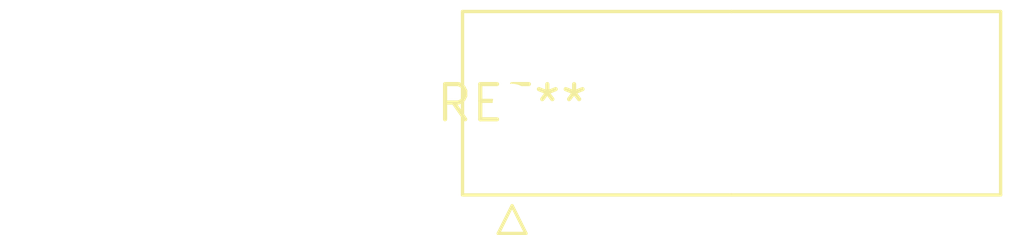
<source format=kicad_pcb>
(kicad_pcb (version 20240108) (generator pcbnew)
  (layers (0 "F.Cu" signal) (31 "B.Cu" signal) (34 "B.Paste" user) (35 "F.Paste" user) (36 "B.SilkS" user "B.Silkscreen") (37 "F.SilkS" user "F.Silkscreen") (38 "B.Mask" user) (39 "F.Mask" user) (44 "Edge.Cuts" user))
  (net 0 "")
  (footprint "TE_826576-5_1x05_P3.96mm_Vertical" (layer "F.Cu") (at 0 0)
    (property "Reference" "REF**")
    (property "Value" "TE_826576-5_1x05_P3.96mm_Vertical")
    (fp_line (start -1.79 -3.31) (end -1.79 3.31) (layer "F.SilkS") (stroke (width 0.12)))
    (fp_line (start -1.79 3.31) (end 7.92 3.31) (layer "F.SilkS") (stroke (width 0.12)))
    (fp_line (start -0.5 4.7) (end 0 3.7) (layer "F.SilkS") (stroke (width 0.12)))
    (fp_line (start 0 3.7) (end 0.5 4.7) (layer "F.SilkS") (stroke (width 0.12)))
    (fp_line (start 0.5 4.7) (end -0.5 4.7) (layer "F.SilkS") (stroke (width 0.12)))
    (fp_line (start 7.92 -3.31) (end -1.79 -3.31) (layer "F.SilkS") (stroke (width 0.12)))
    (fp_line (start 7.92 -3.31) (end 17.63 -3.31) (layer "F.SilkS") (stroke (width 0.12)))
    (fp_line (start 17.63 -3.31) (end 17.63 3.31) (layer "F.SilkS") (stroke (width 0.12)))
    (fp_line (start 17.63 3.31) (end 7.92 3.31) (layer "F.SilkS") (stroke (width 0.12)))
    (pad "1" thru_hole roundrect (at 0 0) (size 2.4 2.4) (drill 1.4) (layers *.Cu *.Mask) (remove_unused_layers) (roundrect_rratio 0.104167))
    (pad "2" thru_hole circle (at 3.96 0) (size 2.4 2.4) (drill 1.4) (layers *.Cu *.Mask) (remove_unused_layers))
    (pad "3" thru_hole circle (at 7.92 0) (size 2.4 2.4) (drill 1.4) (layers *.Cu *.Mask) (remove_unused_layers))
    (pad "4" thru_hole circle (at 11.88 0) (size 2.4 2.4) (drill 1.4) (layers *.Cu *.Mask) (remove_unused_layers))
    (pad "5" thru_hole circle (at 15.84 0) (size 2.4 2.4) (drill 1.4) (layers *.Cu *.Mask) (remove_unused_layers))
  )
)
</source>
